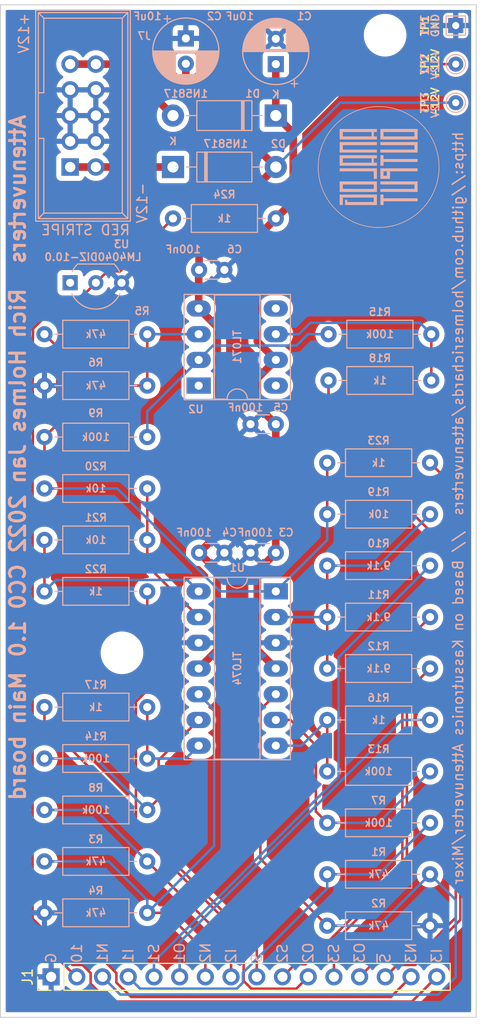
<source format=kicad_pcb>
(kicad_pcb (version 20211014) (generator pcbnew)
  (layers (0 "F.Cu" signal) (31 "B.Cu" signal) (34 "B.Paste" user) (35 "F.Paste" user) (36 "B.SilkS" user "B.Silkscreen") (37 "F.SilkS" user "F.Silkscreen") (38 "B.Mask" user) (39 "F.Mask" user) (44 "Edge.Cuts" user))
  (net 0 "")
  (net 1 "Board_0-+12V")
  (net 2 "Board_0--12V")
  (net 3 "Board_0-/+12_IN")
  (net 4 "Board_0-/-12_IN")
  (net 5 "Board_0-10V_REF")
  (net 6 "Board_0-GND")
  (net 7 "Board_0-INV1")
  (net 8 "Board_0-INV2")
  (net 9 "Board_0-INV3")
  (net 10 "Board_0-NONINV1")
  (net 11 "Board_0-NONINV2")
  (net 12 "Board_0-NONINV3")
  (net 13 "Board_0-Net-(R10-Pad1)")
  (net 14 "Board_0-Net-(R13-Pad1)")
  (net 15 "Board_0-Net-(R13-Pad2)")
  (net 16 "Board_0-Net-(R14-Pad1)")
  (net 17 "Board_0-Net-(R14-Pad2)")
  (net 18 "Board_0-Net-(R15-Pad1)")
  (net 19 "Board_0-Net-(R15-Pad2)")
  (net 20 "Board_0-Net-(R19-Pad1)")
  (net 21 "Board_0-Net-(R20-Pad1)")
  (net 22 "Board_0-Net-(R21-Pad1)")
  (net 23 "Board_0-OUT1")
  (net 24 "Board_0-OUT2")
  (net 25 "Board_0-OUT3")
  (net 26 "Board_0-OUTSUM")
  (net 27 "Board_0-OUT~{SUM}")
  (net 28 "Board_0-SUM1")
  (net 29 "Board_0-SUM2")
  (net 30 "Board_0-SUM3")
  (net 31 "Board_0-unconnected-(U2-Pad1)")
  (net 32 "Board_0-unconnected-(U2-Pad5)")
  (net 33 "Board_0-unconnected-(U2-Pad8)")
  (footprint "Connector_PinHeader_2.54mm:PinHeader_1x16_P2.54mm_Vertical" (layer "F.Cu") (at 131.499999 145.999999 90)
    (fp_text reference "J1")
    (fp_text value "Conn_01x16")
  )
  (footprint "ao_tht:MountingHole_3.2mm_M3" (layer "F.Cu") (at 164.499999 52.999999)
    (fp_text reference "H4" hide)
    (fp_text value "MountingHole")
  )
  (footprint "ao_tht:MountingHole_3.2mm_M3" (layer "F.Cu") (at 138.499999 113.999999 180)
    (fp_text reference "H1" hide)
    (fp_text value "MountingHole")
  )
  (footprint "ao_tht:R_Axial_DIN0207_L6.3mm_D2.5mm_P10.16mm_Horizontal" (layer "B.Cu") (at 130.839999 119.359999)
    (fp_text reference "R17")
    (fp_text value "1k")
  )
  (footprint "ao_tht:D_DO-41_SOD81_P10.16mm_Horizontal" (layer "B.Cu") (at 153.699999 60.939999 180)
    (fp_text reference "D1")
    (fp_text value "1N5817")
  )
  (footprint "ao_tht:TestPoint_THTPad_D1.5mm_Drill0.7mm" (layer "B.Cu") (at 171.479999 55.859999 -90)
    (fp_text reference "TP2")
    (fp_text value "+12V")
  )
  (footprint "ao_tht:R_Axial_DIN0207_L6.3mm_D2.5mm_P10.16mm_Horizontal" (layer "B.Cu") (at 158.779999 100.309999)
    (fp_text reference "R19")
    (fp_text value "10k")
  )
  (footprint "ao_tht:C_Disc_D3.0mm_W1.6mm_P2.50mm" (layer "B.Cu") (at 153.699999 91.419999 180)
    (fp_text reference "C5")
    (fp_text value "100nF")
  )
  (footprint "ao_tht:R_Axial_DIN0207_L6.3mm_D2.5mm_P10.16mm_Horizontal" (layer "B.Cu") (at 168.939999 95.229999 180)
    (fp_text reference "R23")
    (fp_text value "1k")
  )
  (footprint "ao_tht:TestPoint_THTPad_1.5x1.5mm_Drill0.7mm" (layer "B.Cu") (at 171.479999 52.049999 -90)
    (fp_text reference "TP1")
    (fp_text value "GND")
  )
  (footprint "ao_tht:R_Axial_DIN0207_L6.3mm_D2.5mm_P10.16mm_Horizontal" (layer "B.Cu") (at 140.999999 92.689999 180)
    (fp_text reference "R9")
    (fp_text value "100k")
  )
  (footprint "ao_tht:R_Axial_DIN0207_L6.3mm_D2.5mm_P10.16mm_Horizontal" (layer "B.Cu") (at 158.779999 140.949999)
    (fp_text reference "R2")
    (fp_text value "47k")
  )
  (footprint "ao_tht:R_Axial_DIN0207_L6.3mm_D2.5mm_P10.16mm_Horizontal" (layer "B.Cu") (at 130.839999 102.849999)
    (fp_text reference "R21")
    (fp_text value "10k")
  )
  (footprint "ao_tht:R_Axial_DIN0207_L6.3mm_D2.5mm_P10.16mm_Horizontal" (layer "B.Cu") (at 130.839999 82.529999)
    (fp_text reference "R5")
    (fp_text value "47k")
  )
  (footprint "ao_tht:Power_Header" (layer "B.Cu") (at 133.379999 66.019999)
    (fp_text reference "J7")
    (fp_text value "Synth_power_2x5")
  )
  (footprint "ao_tht:R_Axial_DIN0207_L6.3mm_D2.5mm_P10.16mm_Horizontal" (layer "B.Cu") (at 158.779999 105.389999)
    (fp_text reference "R10")
    (fp_text value "9.1k")
  )
  (footprint "ao_tht:C_Disc_D3.0mm_W1.6mm_P2.50mm" (layer "B.Cu") (at 148.619999 104.119999 180)
    (fp_text reference "C4")
    (fp_text value "100nF")
  )
  (footprint "ao_tht:R_Axial_DIN0207_L6.3mm_D2.5mm_P10.16mm_Horizontal" (layer "B.Cu") (at 158.779999 135.869999)
    (fp_text reference "R1")
    (fp_text value "47k")
  )
  (footprint "ao_tht:R_Axial_DIN0207_L6.3mm_D2.5mm_P10.16mm_Horizontal" (layer "B.Cu") (at 168.939999 120.629999 180)
    (fp_text reference "R16")
    (fp_text value "1k")
  )
  (footprint "ao_tht:R_Axial_DIN0207_L6.3mm_D2.5mm_P10.16mm_Horizontal" (layer "B.Cu") (at 140.999999 139.679999 180)
    (fp_text reference "R4")
    (fp_text value "47k")
  )
  (footprint "ao_tht:R_Axial_DIN0207_L6.3mm_D2.5mm_P10.16mm_Horizontal" (layer "B.Cu") (at 158.779999 110.469999)
    (fp_text reference "R11")
    (fp_text value "9.1k")
  )
  (footprint "ao_tht:R_Axial_DIN0207_L6.3mm_D2.5mm_P10.16mm_Horizontal" (layer "B.Cu") (at 140.999999 87.609999 180)
    (fp_text reference "R6")
    (fp_text value "47k")
  )
  (footprint "ao_tht:TestPoint_THTPad_D1.5mm_Drill0.7mm" (layer "B.Cu") (at 171.479999 59.669999 -90)
    (fp_text reference "TP3")
    (fp_text value "-12V")
  )
  (footprint "ao_tht:TO-92_Inline_Wide" (layer "B.Cu") (at 133.379999 77.449999)
    (fp_text reference "U3")
    (fp_text value "LM4040DIZ-10.0")
  )
  (footprint "ao_tht:CP_Radial_D6.3mm_P2.50mm" (layer "B.Cu") (at 153.699999 55.859999 90)
    (fp_text reference "C1")
    (fp_text value "10uF")
  )
  (footprint "ao_tht:R_Axial_DIN0207_L6.3mm_D2.5mm_P10.16mm_Horizontal" (layer "B.Cu") (at 153.699999 71.099999 180)
    (fp_text reference "R24")
    (fp_text value "1k")
  )
  (footprint "ao_tht:R_Axial_DIN0207_L6.3mm_D2.5mm_P10.16mm_Horizontal" (layer "B.Cu") (at 158.779999 130.789999)
    (fp_text reference "R7")
    (fp_text value "100k")
  )
  (footprint "ao_tht:C_Disc_D3.0mm_W1.6mm_P2.50mm" (layer "B.Cu") (at 153.699999 104.119999 180)
    (fp_text reference "C3")
    (fp_text value "100nF")
  )
  (footprint "ao_tht:CP_Radial_D6.3mm_P2.50mm" (layer "B.Cu") (at 144.809999 53.319999 -90)
    (fp_text reference "C2")
    (fp_text value "10uF")
  )
  (footprint "ao_tht:D_DO-41_SOD81_P10.16mm_Horizontal" (layer "B.Cu") (at 143.539999 66.019999)
    (fp_text reference "D2")
    (fp_text value "1N5817")
  )
  (footprint "ao_tht:R_Axial_DIN0207_L6.3mm_D2.5mm_P10.16mm_Horizontal" (layer "B.Cu") (at 158.906999 87.101999)
    (fp_text reference "R18")
    (fp_text value "1k")
  )
  (footprint "ao_tht:C_Disc_D3.0mm_W1.6mm_P2.50mm" (layer "B.Cu") (at 148.619999 76.179999 180)
    (fp_text reference "C6")
    (fp_text value "100nF")
  )
  (footprint "ao_tht:R_Axial_DIN0207_L6.3mm_D2.5mm_P10.16mm_Horizontal" (layer "B.Cu") (at 158.779999 125.709999)
    (fp_text reference "R13")
    (fp_text value "100k")
  )
  (footprint "ao_tht:R_Axial_DIN0207_L6.3mm_D2.5mm_P10.16mm_Horizontal" (layer "B.Cu") (at 140.999999 124.439999 180)
    (fp_text reference "R14")
    (fp_text value "100k")
  )
  (footprint "ao_tht:R_Axial_DIN0207_L6.3mm_D2.5mm_P10.16mm_Horizontal" (layer "B.Cu") (at 140.999999 107.929999 180)
    (fp_text reference "R22")
    (fp_text value "1k")
  )
  (footprint "ao_tht:R_Axial_DIN0207_L6.3mm_D2.5mm_P10.16mm_Horizontal" (layer "B.Cu") (at 169.066999 82.529999 180)
    (fp_text reference "R15")
    (fp_text value "100k")
  )
  (footprint "ao_tht:R_Axial_DIN0207_L6.3mm_D2.5mm_P10.16mm_Horizontal" (layer "B.Cu") (at 140.999999 97.769999 180)
    (fp_text reference "R20")
    (fp_text value "10k")
  )
  (footprint "ao_tht:DIP-8_W7.62mm_Socket_LongPads" (layer "B.Cu") (at 146.079999 87.609999)
    (fp_text reference "U2")
    (fp_text value "TL071")
  )
  (footprint "ao_tht:DIP-14_W7.62mm_Socket_LongPads" (layer "B.Cu") (at 153.699999 107.929999 180)
    (fp_text reference "U1")
    (fp_text value "TL074")
  )
  (footprint "ao_tht:R_Axial_DIN0207_L6.3mm_D2.5mm_P10.16mm_Horizontal" (layer "B.Cu") (at 140.999999 129.519999 180)
    (fp_text reference "R8")
    (fp_text value "100k")
  )
  (footprint "ao_tht:analogoutput_12mm" (layer "B.Cu") (at 163.859999 66.019999 -90)
    (fp_text reference "GRAF2" hide)
    (fp_text value "Graphic" hide)
  )
  (footprint "ao_tht:R_Axial_DIN0207_L6.3mm_D2.5mm_P10.16mm_Horizontal" (layer "B.Cu") (at 158.779999 115.549999)
    (fp_text reference "R12")
    (fp_text value "9.1k")
  )
  (footprint "ao_tht:R_Axial_DIN0207_L6.3mm_D2.5mm_P10.16mm_Horizontal" (layer "B.Cu") (at 140.999999 134.599999 180)
    (fp_text reference "R3")
    (fp_text value "47k")
  )
  (gr_line (start 126.499076 150.000382) (end 126.499 50) (layer "Edge.Cuts") (width 0.1))
  (gr_line (start 173.500382 150.000923) (end 126.499076 150.000382) (layer "Edge.Cuts") (width 0.1))
  (gr_line (start 173.500923 49.999617) (end 173.500382 150.000923) (layer "Edge.Cuts") (width 0.1))
  (gr_line (start 126.499 50) (end 173.500923 49.999617) (layer "Edge.Cuts") (width 0.1))
  (gr_text "Attenuverters" (at 128.199999 68.223999 90) (layer "B.SilkS") (effects (font (size 1.5 1.5) (thickness 0.3)) (justify mirror)))
  (gr_text "N3" (at 167.059999 144.729999 90) (layer "B.SilkS") (effects (font (size 1 1)) (justify right mirror)))
  (gr_text "O2" (at 156.899999 144.729999 90) (layer "B.SilkS") (effects (font (size 1 1)) (justify right mirror)))
  (gr_text "10" (at 134.039999 144.729999 90) (layer "B.SilkS") (effects (font (size 1 1)) (justify right mirror)))
  (gr_text "S2" (at 154.359999 144.729999 90) (layer "B.SilkS") (effects (font (size 1 1)) (justify right mirror)))
  (gr_text "S3" (at 159.439999 144.729999 90) (layer "B.SilkS") (effects (font (size 1 1)) (justify right mirror)))
  (gr_text "S" (at 151.819999 144.729999 90) (layer "B.SilkS") (effects (font (size 1 1)) (justify right mirror)))
  (gr_text "~{S}" (at 164.519999 144.729999 90) (layer "B.SilkS") (effects (font (size 1 1)) (justify right mirror)))
  (gr_text "N2" (at 146.739999 144.729999 90) (layer "B.SilkS") (effects (font (size 1 1)) (justify right mirror)))
  (gr_text "https://github.com/holmesrichards/attenuverters  // Based on Kassutronics Attenuverter/Mixer" (at 171.711999 99.707999 90) (layer "B.SilkS") (effects (font (size 1 1)) (justify mirror)))
  (gr_text "Rich Holmes Jan 2022 CC0 1.0" (at 128.199999 96.223999 90) (layer "B.SilkS") (effects (font (size 1.5 1.5) (thickness 0.3)) (justify mirror)))
  (gr_text "O3" (at 161.979999 144.729999 90) (layer "B.SilkS") (effects (font (size 1 1)) (justify right mirror)))
  (gr_text "I1" (at 139.119999 144.729999 90) (layer "B.SilkS") (effects (font (size 1 1)) (justify right mirror)))
  (gr_text "N1" (at 136.579999 144.729999 90) (layer "B.SilkS") (effects (font (size 1 1)) (justify right mirror)))
  (gr_text "G" (at 131.499999 144.729999 90) (layer "B.SilkS") (effects (font (size 1 1)) (justify right mirror)))
  (gr_text "S1" (at 141.659999 144.729999 90) (layer "B.SilkS") (effects (font (size 1 1)) (justify right mirror)))
  (gr_text "Main board" (at 128.199999 122.223999 90) (layer "B.SilkS") (effects (font (size 1.5 1.5) (thickness 0.3)) (justify mirror)))
  (gr_text "I3" (at 169.599999 144.729999 90) (layer "B.SilkS") (effects (font (size 1 1)) (justify right mirror)))
  (gr_text "O1" (at 144.199999 144.729999 90) (layer "B.SilkS") (effects (font (size 1 1)) (justify right mirror)))
  (gr_text "I2" (at 149.279999 144.729999 90) (layer "B.SilkS") (effects (font (size 1 1)) (justify right mirror)))
  (segment (start 151.874989 105.945009) (end 151.874989 113.724989) (width 0.75) (layer "F.Cu") (net 1))
  (segment (start 155.425 69.374998) (end 153.699999 71.099999) (width 0.75) (layer "F.Cu") (net 1))
  (segment (start 153.699999 71.099999) (end 151.874989 72.925009) (width 0.75) (layer "F.Cu") (net 1))
  (segment (start 153.699999 104.119999) (end 153.699999 91.459999) (width 0.75) (layer "F.Cu") (net 1))
  (segment (start 151.874989 113.724989) (end 153.699999 115.549999) (width 0.75) (layer "F.Cu") (net 1))
  (segment (start 153.699999 60.939999) (end 155.425 62.665) (width 0.75) (layer "F.Cu") (net 1))
  (segment (start 153.699999 85.069999) (end 151.874989 86.895009) (width 0.75) (layer "F.Cu") (net 1))
  (segment (start 153.699999 104.119999) (end 151.874989 105.945009) (width 0.75) (layer "F.Cu") (net 1))
  (segment (start 151.874989 86.895009) (end 151.874989 89.594989) (width 0.75) (layer "F.Cu") (net 1))
  (segment (start 151.874989 72.925009) (end 151.874989 83.244989) (width 0.75) (layer "F.Cu") (net 1))
  (segment (start 155.425 62.665) (end 155.425 69.374998) (width 0.75) (layer "F.Cu") (net 1))
  (segment (start 151.874989 83.244989) (end 153.699999 85.069999) (width 0.75) (layer "F.Cu") (net 1))
  (segment (start 171.479999 55.859999) (end 162.230001 55.859999) (width 0.25) (layer "F.Cu") (net 1))
  (segment (start 162.230001 55.859999) (end 155.425 62.665) (width 0.25) (layer "F.Cu") (net 1))
  (segment (start 151.874989 89.594989) (end 153.699999 91.419999) (width 0.75) (layer "F.Cu") (net 1))
  (segment (start 153.699999 55.859999) (end 153.699999 60.939999) (width 0.75) (layer "F.Cu") (net 1))
  (segment (start 146.119999 104.119999) (end 147.905009 105.905009) (width 0.75) (layer "F.Cu") (net 2))
  (segment (start 144.809999 55.819999) (end 144.809999 57.129999) (width 0.75) (layer "F.Cu") (net 2))
  (segment (start 147.905009 105.905009) (end 147.905009 113.724989) (width 0.75) (layer "F.Cu") (net 2))
  (segment (start 146.119999 73.599999) (end 153.699999 66.019999) (width 0.75) (layer "F.Cu") (net 2))
  (segment (start 146.119999 76.179999) (end 146.119999 73.599999) (width 0.75) (layer "F.Cu") (net 2))
  (segment (start 146.079999 79.989999) (end 147.905009 81.815009) (width 0.75) (layer "F.Cu") (net 2))
  (segment (start 147.905009 102.334989) (end 146.119999 104.119999) (width 0.75) (layer "F.Cu") (net 2))
  (segment (start 147.905009 113.724989) (end 146.079999 115.549999) (width 0.75) (layer "F.Cu") (net 2))
  (segment (start 146.079999 79.989999) (end 146.079999 76.179999) (width 0.75) (layer "F.Cu") (net 2))
  (segment (start 144.809999 57.129999) (end 153.699999 66.019999) (width 0.75) (layer "F.Cu") (net 2))
  (segment (start 147.905009 81.815009) (end 147.905009 102.334989) (width 0.75) (layer "F.Cu") (net 2))
  (segment (start 171.479999 59.669999) (end 160.049999 59.669999) (width 0.25) (layer "B.Cu") (net 2))
  (segment (start 160.049999 59.669999) (end 153.699999 66.019999) (width 0.25) (layer "B.Cu") (net 2))
  (segment (start 135.919999 55.859999) (end 138.459999 55.859999) (width 0.75) (layer "F.Cu") (net 3))
  (segment (start 138.459999 55.859999) (end 143.539999 60.939999) (width 0.75) (layer "F.Cu") (net 3))
  (segment (start 133.379999 55.859999) (end 135.919999 55.859999) (width 0.75) (layer "F.Cu") (net 3))
  (segment (start 135.919999 66.019999) (end 143.539999 66.019999) (width 0.75) (layer "F.Cu") (net 4))
  (segment (start 133.379999 66.019999) (end 135.919999 66.019999) (width 0.75) (layer "F.Cu") (net 4))
  (segment (start 128.738988 96.18801) (end 128.738988 140.755399) (width 0.25) (layer "F.Cu") (net 5))
  (segment (start 143.539999 71.099999) (end 138.315 76.324998) (width 0.25) (layer "F.Cu") (net 5))
  (segment (start 128.738988 140.755399) (end 133.983588 145.999999) (width 0.25) (layer "F.Cu") (net 5))
  (segment (start 129.696999 82.402999) (end 129.696999 87.013997) (width 0.25) (layer "F.Cu") (net 5))
  (segment (start 138.315 76.324998) (end 137.045 76.324998) (width 0.25) (layer "F.Cu") (net 5))
  (segment (start 129.664998 88.174) (end 129.696999 88.206001) (width 0.25) (layer "F.Cu") (net 5))
  (segment (start 129.714998 82.385) (end 129.696999 82.402999) (width 0.25) (layer "F.Cu") (net 5))
  (segment (start 133.574998 79.795) (end 131.909996 79.795) (width 0.25) (layer "F.Cu") (net 5))
  (segment (start 135.919999 77.449999) (end 133.574998 79.795) (width 0.25) (layer "F.Cu") (net 5))
  (segment (start 129.714998 81.989998) (end 129.714998 82.385) (width 0.25) (layer "F.Cu") (net 5))
  (segment (start 129.664998 87.045998) (end 129.664998 88.174) (width 0.25) (layer "F.Cu") (net 5))
  (segment (start 131.909996 79.795) (end 129.714998 81.989998) (width 0.25) (layer "F.Cu") (net 5))
  (segment (start 129.696999 95.229999) (end 128.738988 96.18801) (width 0.25) (layer "F.Cu") (net 5))
  (segment (start 129.696999 87.013997) (end 129.664998 87.045998) (width 0.25) (layer "F.Cu") (net 5))
  (segment (start 129.696999 88.206001) (end 129.696999 95.229999) (width 0.25) (layer "F.Cu") (net 5))
  (segment (start 137.045 76.324998) (end 135.919999 77.449999) (width 0.25) (layer "F.Cu") (net 5))
  (segment (start 142.224 147.175) (end 142.226001 147.172999) (width 0.25) (layer "B.Cu") (net 7))
  (segment (start 143.633997 147.172999) (end 143.635998 147.175) (width 0.25) (layer "B.Cu") (net 7))
  (segment (start 147.306001 147.172999) (end 148.713997 147.172999) (width 0.25) (layer "B.Cu") (net 7))
  (segment (start 144.764 147.175) (end 144.766001 147.172999) (width 0.25) (layer "B.Cu") (net 7))
  (segment (start 144.766001 147.172999) (end 146.173997 147.172999) (width 0.25) (layer "B.Cu") (net 7))
  (segment (start 143.635998 147.175) (end 144.764 147.175) (width 0.25) (layer "B.Cu") (net 7))
  (segment (start 150.455 145.591998) (end 158.779999 137.266999) (width 0.25) (layer "B.Cu") (net 7))
  (segment (start 147.304 147.175) (end 147.306001 147.172999) (width 0.25) (layer "B.Cu") (net 7))
  (segment (start 140.292999 147.172999) (end 141.093997 147.172999) (width 0.25) (layer "B.Cu") (net 7))
  (segment (start 149.844 147.175) (end 150.455 146.564) (width 0.25) (layer "B.Cu") (net 7))
  (segment (start 146.175998 147.175) (end 147.304 147.175) (width 0.25) (layer "B.Cu") (net 7))
  (segment (start 141.095998 147.175) (end 142.224 147.175) (width 0.25) (layer "B.Cu") (net 7))
  (segment (start 146.173997 147.172999) (end 146.175998 147.175) (width 0.25) (layer "B.Cu") (net 7))
  (segment (start 158.779999 137.266999) (end 158.779999 135.869999) (width 0.25) (layer "B.Cu") (net 7))
  (segment (start 139.119999 145.999999) (end 140.292999 147.172999) (width 0.25) (layer "B.Cu") (net 7))
  (segment (start 141.093997 147.172999) (end 141.095998 147.175) (width 0.25) (layer "B.Cu") (net 7))
  (segment (start 148.713997 147.172999) (end 148.715998 147.175) (width 0.25) (layer "B.Cu") (net 7))
  (segment (start 148.715998 147.175) (end 149.844 147.175) (width 0.25) (layer "B.Cu") (net 7))
  (segment (start 158.779999 135.869999) (end 163.859999 135.869999) (width 0.25) (layer "B.Cu") (net 7))
  (segment (start 150.455 146.564) (end 150.455 145.591998) (width 0.25) (layer "B.Cu") (net 7))
  (segment (start 142.226001 147.172999) (end 143.633997 147.172999) (width 0.25) (layer "B.Cu") (net 7))
  (segment (start 163.859999 135.869999) (end 168.939999 130.789999) (width 0.25) (layer "B.Cu") (net 7))
  (segment (start 149.279999 142.879999) (end 149.279999 145.999999) (width 0.25) (layer "F.Cu") (net 8))
  (segment (start 140.999999 134.599999) (end 149.279999 142.879999) (width 0.25) (layer "F.Cu") (net 8))
  (segment (start 135.919999 129.519999) (end 140.999999 134.599999) (width 0.25) (layer "B.Cu") (net 8))
  (segment (start 130.839999 129.519999) (end 135.919999 129.519999) (width 0.25) (layer "B.Cu") (net 8))
  (segment (start 129.214987 96.601011) (end 129.214987 140.4304) (width 0.25) (layer "F.Cu") (net 9))
  (segment (start 130.839999 94.975999) (end 129.214987 96.601011) (width 0.25) (layer "F.Cu") (net 9))
  (segment (start 135.404998 146.672) (end 137.175997 148.442999) (width 0.25) (layer "F.Cu") (net 9))
  (segment (start 135.404998 145.625996) (end 135.404998 146.672) (width 0.25) (layer "F.Cu") (net 9))
  (segment (start 167.156999 148.442999) (end 169.599999 145.999999) (width 0.25) (layer "F.Cu") (net 9))
  (segment (start 132.109999 83.799999) (end 132.109999 91.419999) (width 0.25) (layer "F.Cu") (net 9))
  (segment (start 129.214987 140.4304) (end 133.609585 144.824998) (width 0.25) (layer "F.Cu") (net 9))
  (segment (start 130.839999 92.689999) (end 130.839999 94.975999) (width 0.25) (layer "F.Cu") (net 9))
  (segment (start 130.839999 82.529999) (end 132.109999 83.799999) (width 0.25) (layer "F.Cu") (net 9))
  (segment (start 133.609585 144.824998) (end 134.604 144.824998) (width 0.25) (layer "F.Cu") (net 9))
  (segment (start 137.175997 148.442999) (end 167.156999 148.442999) (width 0.25) (layer "F.Cu") (net 9))
  (segment (start 134.604 144.824998) (end 135.404998 145.625996) (width 0.25) (layer "F.Cu") (net 9))
  (segment (start 132.109999 91.419999) (end 130.839999 92.689999) (width 0.25) (layer "F.Cu") (net 9))
  (segment (start 158.779999 140.949999) (end 152.174989 134.344989) (width 0.25) (layer "F.Cu") (net 10))
  (segment (start 152.174989 119.615009) (end 153.699999 118.089999) (width 0.25) (layer "F.Cu") (net 10))
  (segment (start 152.174989 134.344989) (end 152.174989 119.615009) (width 0.25) (layer "F.Cu") (net 10))
  (segment (start 171.479999 146.029999) (end 171.479999 138.409999) (width 0.25) (layer "B.Cu") (net 10))
  (segment (start 138.33001 147.75001) (end 169.759988 147.75001) (width 0.25) (layer "B.Cu") (net 10))
  (segment (start 163.859999 140.949999) (end 168.939999 135.869999) (width 0.25) (layer "B.Cu") (net 10))
  (segment (start 171.479999 138.409999) (end 168.939999 135.869999) (width 0.25) (layer "B.Cu") (net 10))
  (segment (start 158.779999 140.949999) (end 163.859999 140.949999) (width 0.25) (layer "B.Cu") (net 10))
  (segment (start 169.759988 147.75001) (end 171.479999 146.029999) (width 0.25) (layer "B.Cu") (net 10))
  (segment (start 136.579999 145.999999) (end 138.33001 147.75001) (width 0.25) (layer "B.Cu") (net 10))
  (segment (start 146.739999 143.514999) (end 146.739999 145.999999) (width 0.25) (layer "F.Cu") (net 11))
  (segment (start 140.999999 139.679999) (end 142.904999 139.679999) (width 0.25) (layer "F.Cu") (net 11))
  (segment (start 142.904999 139.679999) (end 146.739999 143.514999) (width 0.25) (layer "F.Cu") (net 11))
  (segment (start 130.839999 134.599999) (end 137.189999 134.599999) (width 0.25) (layer "B.Cu") (net 11))
  (segment (start 146.079999 118.089999) (end 147.605009 119.615009) (width 0.25) (layer "B.Cu") (net 11))
  (segment (start 147.605009 133.074989) (end 140.999999 139.679999) (width 0.25) (layer "B.Cu") (net 11))
  (segment (start 137.189999 134.599999) (end 140.999999 138.409999) (width 0.25) (layer "B.Cu") (net 11))
  (segment (start 147.605009 119.615009) (end 147.605009 133.074989) (width 0.25) (layer "B.Cu") (net 11))
  (segment (start 140.999999 139.679999) (end 140.999999 138.409999) (width 0.25) (layer "B.Cu") (net 11))
  (segment (start 138.589 147.175) (end 138.555998 147.175) (width 0.25) (layer "F.Cu") (net 12))
  (segment (start 139.406988 147.992988) (end 138.589 147.175) (width 0.25) (layer "F.Cu") (net 12))
  (segment (start 136.571001 144.251999) (end 133.672997 144.251999) (width 0.25) (layer "F.Cu") (net 12))
  (segment (start 133.672997 144.251999) (end 129.664998 140.244) (width 0.25) (layer "F.Cu") (net 12))
  (segment (start 165.06701 147.992988) (end 139.406988 147.992988) (width 0.25) (layer "F.Cu") (net 12))
  (segment (start 129.664998 140.244) (end 129.664998 96.91441) (width 0.25) (layer "F.Cu") (net 12))
  (segment (start 137.944998 145.625996) (end 136.571001 144.251999) (width 0.25) (layer "F.Cu") (net 12))
  (segment (start 138.555998 147.175) (end 137.944998 146.564) (width 0.25) (layer "F.Cu") (net 12))
  (segment (start 129.664998 96.91441) (end 138.969409 87.609999) (width 0.25) (layer "F.Cu") (net 12))
  (segment (start 137.944998 146.564) (end 137.944998 145.625996) (width 0.25) (layer "F.Cu") (net 12))
  (segment (start 138.969409 87.609999) (end 140.999999 87.609999) (width 0.25) (layer "F.Cu") (net 12))
  (segment (start 167.059999 145.999999) (end 165.06701 147.992988) (width 0.25) (layer "F.Cu") (net 12))
  (segment (start 140.999999 82.529999) (end 140.999999 87.609999) (width 0.25) (layer "F.Cu") (net 12))
  (segment (start 140.999999 82.529999) (end 146.079999 82.529999) (width 0.25) (layer "B.Cu") (net 12))
  (segment (start 158.779999 110.469999) (end 158.779999 115.549999) (width 0.25) (layer "F.Cu") (net 13))
  (segment (start 158.779999 105.389999) (end 158.779999 110.469999) (width 0.25) (layer "F.Cu") (net 13))
  (segment (start 153.699999 110.469999) (end 158.779999 110.469999) (width 0.25) (layer "B.Cu") (net 13))
  (segment (start 163.859999 105.389999) (end 168.939999 100.309999) (width 0.25) (layer "B.Cu") (net 13))
  (segment (start 158.779999 105.389999) (end 163.859999 105.389999) (width 0.25) (layer "B.Cu") (net 13))
  (segment (start 158.779999 120.629999) (end 158.779999 125.709999) (width 0.25) (layer "F.Cu") (net 14))
  (segment (start 153.699999 123.169999) (end 156.239999 123.169999) (width 0.25) (layer "B.Cu") (net 14))
  (segment (start 156.239999 123.169999) (end 158.779999 120.629999) (width 0.25) (layer "B.Cu") (net 14))
  (segment (start 153.699999 120.629999) (end 155.149999 120.629999) (width 0.25) (layer "F.Cu") (net 15))
  (segment (start 157.654998 123.134998) (end 157.654998 129.664998) (width 0.25) (layer "F.Cu") (net 15))
  (segment (start 157.654998 129.664998) (end 158.779999 130.789999) (width 0.25) (layer "F.Cu") (net 15))
  (segment (start 155.149999 120.629999) (end 157.654998 123.134998) (width 0.25) (layer "F.Cu") (net 15))
  (segment (start 163.859999 130.789999) (end 168.939999 125.709999) (width 0.25) (layer "B.Cu") (net 15))
  (segment (start 158.779999 130.789999) (end 163.859999 130.789999) (width 0.25) (layer "B.Cu") (net 15))
  (segment (start 140.999999 119.359999) (end 140.999999 124.439999) (width 0.25) (layer "F.Cu") (net 16))
  (segment (start 144.809999 124.439999) (end 146.079999 123.169999) (width 0.25) (layer "B.Cu") (net 16))
  (segment (start 140.999999 124.439999) (end 144.809999 124.439999) (width 0.25) (layer "B.Cu") (net 16))
  (segment (start 140.999999 129.519999) (end 142.125 128.394998) (width 0.25) (layer "F.Cu") (net 17))
  (segment (start 142.125 128.394998) (end 142.125 124.584998) (width 0.25) (layer "F.Cu") (net 17))
  (segment (start 142.125 124.584998) (end 146.079999 120.629999) (width 0.25) (layer "F.Cu") (net 17))
  (segment (start 135.919999 124.439999) (end 140.999999 129.519999) (width 0.25) (layer "B.Cu") (net 17))
  (segment (start 130.839999 124.439999) (end 135.919999 124.439999) (width 0.25) (layer "B.Cu") (net 17))
  (segment (start 169.066999 82.529999) (end 169.066999 87.101999) (width 0.25) (layer "F.Cu") (net 18))
  (segment (start 153.699999 82.529999) (end 155.985999 82.529999) (width 0.25) (layer "B.Cu") (net 18))
  (segment (start 167.941998 81.404998) (end 169.066999 82.529999) (width 0.25) (layer "B.Cu") (net 18))
  (segment (start 155.985999 82.529999) (end 157.111 81.404998) (width 0.25) (layer "B.Cu") (net 18))
  (segment (start 157.111 81.404998) (end 167.941998 81.404998) (width 0.25) (layer "B.Cu") (net 18))
  (segment (start 147.494989 83.655009) (end 146.079999 85.069999) (width 0.25) (layer "B.Cu") (net 19))
  (segment (start 155.749989 83.655009) (end 147.494989 83.655009) (width 0.25) (layer "B.Cu") (net 19))
  (segment (start 156.874999 82.529999) (end 155.749989 83.655009) (width 0.25) (layer "B.Cu") (net 19))
  (segment (start 158.906999 82.529999) (end 156.874999 82.529999) (width 0.25) (layer "B.Cu") (net 19))
  (segment (start 140.999999 92.689999) (end 140.999999 90.149999) (width 0.25) (layer "B.Cu") (net 19))
  (segment (start 140.999999 90.149999) (end 146.079999 85.069999) (width 0.25) (layer "B.Cu") (net 19))
  (segment (start 158.779999 95.229999) (end 158.779999 100.309999) (width 0.25) (layer "F.Cu") (net 20))
  (segment (start 138.030997 97.769999) (end 148.190997 107.929999) (width 0.25) (layer "B.Cu") (net 20))
  (segment (start 158.779999 102.849999) (end 158.779999 100.309999) (width 0.25) (layer "B.Cu") (net 20))
  (segment (start 153.699999 107.929999) (end 158.779999 102.849999) (width 0.25) (layer "B.Cu") (net 20))
  (segment (start 130.839999 97.769999) (end 138.030997 97.769999) (width 0.25) (layer "B.Cu") (net 20))
  (segment (start 148.190997 107.929999) (end 153.699999 107.929999) (width 0.25) (layer "B.Cu") (net 20))
  (segment (start 140.999999 105.389999) (end 146.079999 110.469999) (width 0.25) (layer "F.Cu") (net 21))
  (segment (start 140.999999 102.849999) (end 140.999999 97.769999) (width 0.25) (layer "F.Cu") (net 21))
  (segment (start 140.999999 102.849999) (end 140.999999 105.389999) (width 0.25) (layer "F.Cu") (net 21))
  (segment (start 130.839999 107.929999) (end 130.839999 102.849999) (width 0.25) (layer "F.Cu") (net 22))
  (segment (start 144.954998 106.804998) (end 146.079999 107.929999) (width 0.25) (layer "B.Cu") (net 22))
  (segment (start 130.839999 107.929999) (end 131.965 106.804998) (width 0.25) (layer "B.Cu") (net 22))
  (segment (start 131.965 106.804998) (end 144.954998 106.804998) (width 0.25) (layer "B.Cu") (net 22))
  (segment (start 144.199999 142.591412) (end 166.161412 120.629999) (width 0.25) (layer "B.Cu") (net 23))
  (segment (start 144.199999 145.999999) (end 144.199999 142.591412) (width 0.25) (layer "B.Cu") (net 23))
  (segment (start 166.161412 120.629999) (end 168.939999 120.629999) (width 0.25) (layer "B.Cu") (net 23))
  (segment (start 150.524999 142.221409) (end 150.524999 146.410999) (width 0.25) (layer "F.Cu") (net 24))
  (segment (start 150.524999 142.221409) (end 139.160013 130.856423) (width 0.25) (layer "F.Cu") (net 24))
  (segment (start 130.839999 120.883999) (end 139.160013 129.204013) (width 0.25) (layer "F.Cu") (net 24))
  (segment (start 139.160013 129.204013) (end 139.160013 130.856423) (width 0.25) (layer "F.Cu") (net 24))
  (segment (start 130.839999 119.359999) (end 130.839999 120.883999) (width 0.25) (layer "F.Cu") (net 24))
  (segment (start 150.524999 146.410999) (end 151.289 147.175) (width 0.25) (layer "F.Cu") (net 24))
  (segment (start 155.724998 147.175) (end 156.899999 145.999999) (width 0.25) (layer "F.Cu") (net 24))
  (segment (start 151.289 147.175) (end 155.724998 147.175) (width 0.25) (layer "F.Cu") (net 24))
  (segment (start 158.906999 87.101999) (end 158.906999 91.942001) (width 0.25) (layer "F.Cu") (net 25))
  (segment (start 170.065 141.564) (end 170.065 141.602998) (width 0.25) (layer "F.Cu") (net 25))
  (segment (start 158.906999 91.942001) (end 171.479999 104.515001) (width 0.25) (layer "F.Cu") (net 25))
  (segment (start 171.479999 140.149001) (end 170.065 141.564) (width 0.25) (layer "F.Cu") (net 25))
  (segment (start 167.418499 144.249499) (end 163.730499 144.249499) (width 0.25) (layer "F.Cu") (net 25))
  (segment (start 163.730499 144.249499) (end 161.979999 145.999999) (width 0.25) (layer "F.Cu") (net 25))
  (segment (start 170.065 141.602998) (end 167.418499 144.249499) (width 0.25) (layer "F.Cu") (net 25))
  (segment (start 171.479999 104.515001) (end 171.479999 140.149001) (width 0.25) (layer "F.Cu") (net 25))
  (segment (start 140.999999 117.708999) (end 139.874998 118.834) (width 0.25) (layer "F.Cu") (net 26))
  (segment (start 140.999999 107.929999) (end 140.999999 117.708999) (width 0.25) (layer "F.Cu") (net 26))
  (segment (start 139.874998 130.934998) (end 151.819999 142.879999) (width 0.25) (layer "F.Cu") (net 26))
  (segment (start 139.874998 118.834) (end 139.874998 130.934998) (width 0.25) (layer "F.Cu") (net 26))
  (segment (start 151.819999 142.879999) (end 151.819999 145.999999) (width 0.25) (layer "F.Cu") (net 26))
  (segment (start 171.93001 98.22001) (end 171.93001 140.374399) (width 0.25) (layer "F.Cu") (net 27))
  (segment (start 167.479411 144.824998) (end 165.695 144.824998) (width 0.25) (layer "F.Cu") (net 27))
  (segment (start 168.939999 95.229999) (end 171.93001 98.22001) (width 0.25) (layer "F.Cu") (net 27))
  (segment (start 165.695 144.824998) (end 164.519999 145.999999) (width 0.25) (layer "F.Cu") (net 27))
  (segment (start 171.93001 140.374399) (end 167.479411 144.824998) (width 0.25) (layer "F.Cu") (net 27))
  (segment (start 159.905 126.250001) (end 159.905 114.424998) (width 0.25) (layer "B.Cu") (net 28))
  (segment (start 141.659999 144.495002) (end 159.905 126.250001) (width 0.25) (layer "B.Cu") (net 28))
  (segment (start 159.905 114.424998) (end 168.939999 105.389999) (width 0.25) (layer "B.Cu") (net 28))
  (segment (start 141.659999 145.999999) (end 141.659999 144.495002) (width 0.25) (layer "B.Cu") (net 28))
  (segment (start 156.635001 144.759999) (end 166.203988 135.191012) (width 0.25) (layer "F.Cu") (net 29))
  (segment (start 166.203988 113.20601) (end 168.939999 110.469999) (width 0.25) (layer "F.Cu") (net 29))
  (segment (start 166.203988 135.191012) (end 166.203988 113.20601) (width 0.25) (layer "F.Cu") (net 29))
  (segment (start 155.599999 144.759999) (end 156.635001 144.759999) (width 0.25) (layer "F.Cu") (net 29))
  (segment (start 154.359999 145.999999) (end 155.599999 144.759999) (width 0.25) (layer "F.Cu") (net 29))
  (segment (start 159.439999 142.591412) (end 166.653999 135.377412) (width 0.25) (layer "F.Cu") (net 30))
  (segment (start 166.653999 135.377412) (end 166.653999 117.835999) (width 0.25) (layer "F.Cu") (net 30))
  (segment (start 159.439999 145.999999) (end 159.439999 142.591412) (width 0.25) (layer "F.Cu") (net 30))
  (segment (start 166.653999 117.835999) (end 168.939999 115.549999) (width 0.25) (layer "F.Cu") (net 30))
  (zone (net 6) (net_name "Board_0-GND") (layers F&B.Cu) (connect_pads (clearance 0.508)) (min_thickness 0.254) (fill yes (thermal_gap 0.508) (thermal_bridge_width 0.508))
    (polygon (pts (xy 173.499999 149.999999) (xy 126.499999 149.999999) (xy 126.499999 49.999999) (xy 173.499999 49.999999)))
  )
)
</source>
